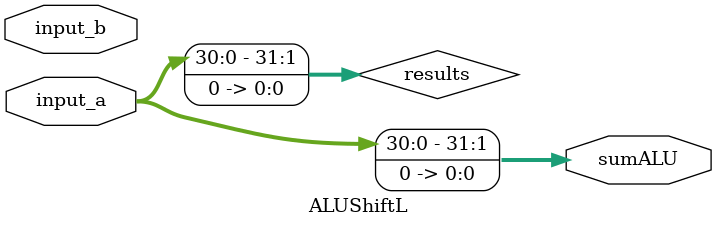
<source format=v>
module ALUShiftL (
	input [31:0] input_a, input_b,
	output [31:0] sumALU,
	);
	
	reg [31:0] results;
	assign sumALU = results;
	
	
	always @(*)
	begin
		 results = input_a<<1;
        
	end
	
endmodule
		
		
	
</source>
